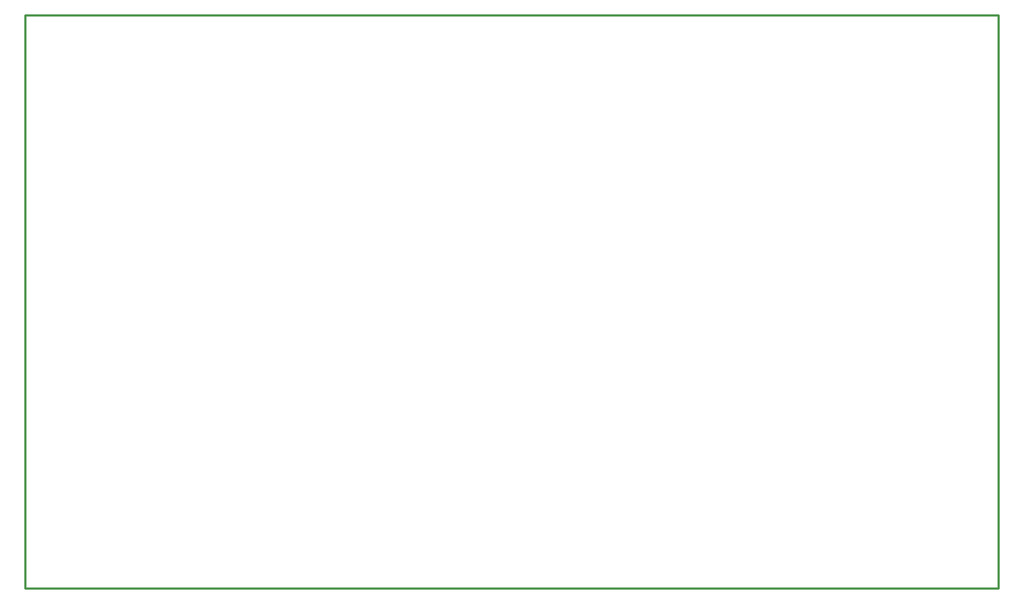
<source format=gko>
%FSLAX44Y44*%
%MOMM*%
G71*
G01*
G75*
G04 Layer_Color=16711935*
%ADD10C,0.2000*%
%ADD11R,0.7500X1.3000*%
%ADD12C,0.3500*%
%ADD13R,1.3000X0.7500*%
%ADD14R,1.3000X1.9000*%
%ADD15R,0.6500X1.7500*%
%ADD16O,1.7000X0.4500*%
%ADD17O,2.0320X0.8890*%
%ADD18R,2.0320X0.8890*%
%ADD19P,1.4142X4X180.0*%
%ADD20P,1.4142X4X90.0*%
%ADD21R,1.0000X1.9000*%
%ADD22R,6.8000X6.9000*%
%ADD23R,2.6000X1.8000*%
%ADD24R,2.4000X2.5000*%
%ADD25R,2.6000X2.2000*%
%ADD26R,0.9900X0.6900*%
%ADD27R,5.5000X2.0000*%
%ADD28R,3.5000X1.2000*%
%ADD29R,1.0000X2.2000*%
%ADD30R,1.4500X2.0000*%
%ADD31R,0.8000X1.5000*%
%ADD32R,2.0000X3.0000*%
%ADD33R,1.0000X1.5000*%
%ADD34R,0.7000X1.5000*%
%ADD35R,1.5500X0.2500*%
%ADD36R,0.2500X1.5500*%
%ADD37R,0.9500X1.6500*%
%ADD38R,2.0000X0.6000*%
%ADD39O,2.1000X0.6000*%
%ADD40R,2.0000X5.5000*%
%ADD41R,5.3000X5.3000*%
%ADD42O,0.3000X0.8000*%
%ADD43O,0.8000X0.3000*%
%ADD44C,2.5000*%
%ADD45C,0.5000*%
%ADD46C,0.2500*%
%ADD47C,1.0000*%
%ADD48C,1.5000*%
%ADD49C,0.1500*%
%ADD50C,0.1250*%
%ADD51C,1.8000*%
%ADD52C,1.5000*%
%ADD53R,1.5000X1.5000*%
%ADD54C,2.5400*%
%ADD55R,2.0320X2.0320*%
%ADD56C,2.0320*%
%ADD57R,2.5000X2.5000*%
%ADD58C,2.5000*%
%ADD59O,1.4000X2.0000*%
%ADD60C,3.0000*%
%ADD61R,3.6000X2.6000*%
%ADD62O,3.2000X1.4000*%
%ADD63O,1.3000X3.5000*%
%ADD64O,3.7000X1.4000*%
%ADD65O,3.0000X1.4000*%
%ADD66O,1.4000X3.0000*%
%ADD67C,1.7000*%
%ADD68C,5.0000*%
%ADD69C,1.8000*%
%ADD70C,1.8000*%
%ADD71R,1.8000X1.8000*%
%ADD72C,7.0000*%
%ADD73R,1.9000X1.9000*%
%ADD74C,1.9000*%
%ADD75C,4.6000*%
%ADD76R,1.6510X1.6510*%
%ADD77C,1.6510*%
%ADD78R,1.6510X1.6510*%
%ADD79C,2.4000*%
%ADD80C,1.0000*%
%ADD81C,0.6000*%
%ADD82C,0.4000*%
%ADD83C,0.1250*%
%ADD84C,0.6000*%
%ADD85C,0.2540*%
%ADD86C,0.1778*%
%ADD87C,0.0800*%
%ADD88C,0.1270*%
%ADD89C,0.2032*%
%ADD90C,0.0100*%
%ADD91R,1.1000X0.2000*%
%ADD92R,1.0001X3.2500*%
%ADD93R,1.0000X3.2500*%
%ADD94R,1.0000X3.2500*%
%ADD95R,0.9000X1.4500*%
%ADD96R,0.9532X1.5032*%
%ADD97C,0.5532*%
%ADD98R,1.5032X0.9532*%
%ADD99R,1.5032X2.1032*%
%ADD100R,0.8532X1.9532*%
%ADD101O,1.9032X0.6532*%
%ADD102O,2.2352X1.0922*%
%ADD103R,2.2352X1.0922*%
%ADD104P,1.7016X4X180.0*%
%ADD105P,1.7016X4X90.0*%
%ADD106R,1.2032X2.1032*%
%ADD107R,7.0032X7.1032*%
%ADD108R,2.8032X2.0032*%
%ADD109R,2.6032X2.7032*%
%ADD110R,2.8032X2.4032*%
%ADD111R,1.1932X0.8932*%
%ADD112R,5.7032X2.2032*%
%ADD113R,3.7032X1.4032*%
%ADD114R,1.2032X2.4032*%
%ADD115R,1.6532X2.2032*%
%ADD116R,1.0032X1.7032*%
%ADD117R,2.2032X3.2032*%
%ADD118R,1.2032X1.7032*%
%ADD119R,0.9032X1.7032*%
%ADD120R,1.7532X0.4532*%
%ADD121R,0.4532X1.7532*%
%ADD122R,1.1532X1.8532*%
%ADD123R,2.2032X0.8032*%
%ADD124O,2.3032X0.8032*%
%ADD125R,2.2032X5.7032*%
%ADD126R,5.5032X5.5032*%
%ADD127O,0.5032X1.0032*%
%ADD128O,1.0032X0.5032*%
%ADD129C,1.7032*%
%ADD130R,1.7032X1.7032*%
%ADD131C,2.7432*%
%ADD132R,0.2032X0.2032*%
%ADD133R,2.2352X2.2352*%
%ADD134C,2.2352*%
%ADD135R,2.7032X2.7032*%
%ADD136C,2.7032*%
%ADD137O,1.6032X2.2032*%
%ADD138C,3.2032*%
%ADD139R,3.8032X2.8032*%
%ADD140O,3.4032X1.6032*%
%ADD141O,1.5032X3.7032*%
%ADD142O,3.9032X1.6032*%
%ADD143O,3.2032X1.6032*%
%ADD144O,1.6032X3.2032*%
%ADD145C,1.9032*%
%ADD146C,5.2032*%
%ADD147C,2.0032*%
%ADD148C,2.0032*%
%ADD149R,2.0032X2.0032*%
%ADD150C,7.2032*%
%ADD151R,2.1032X2.1032*%
%ADD152C,2.1032*%
%ADD153C,4.8032*%
%ADD154R,1.8542X1.8542*%
%ADD155C,1.8542*%
%ADD156R,1.8542X1.8542*%
%ADD157C,2.6032*%
%ADD158C,1.2032*%
D45*
X0Y1320000D02*
X2240000D01*
Y-0D02*
Y1320000D01*
X0Y-0D02*
X2240000D01*
X0D02*
Y1320000D01*
M02*

</source>
